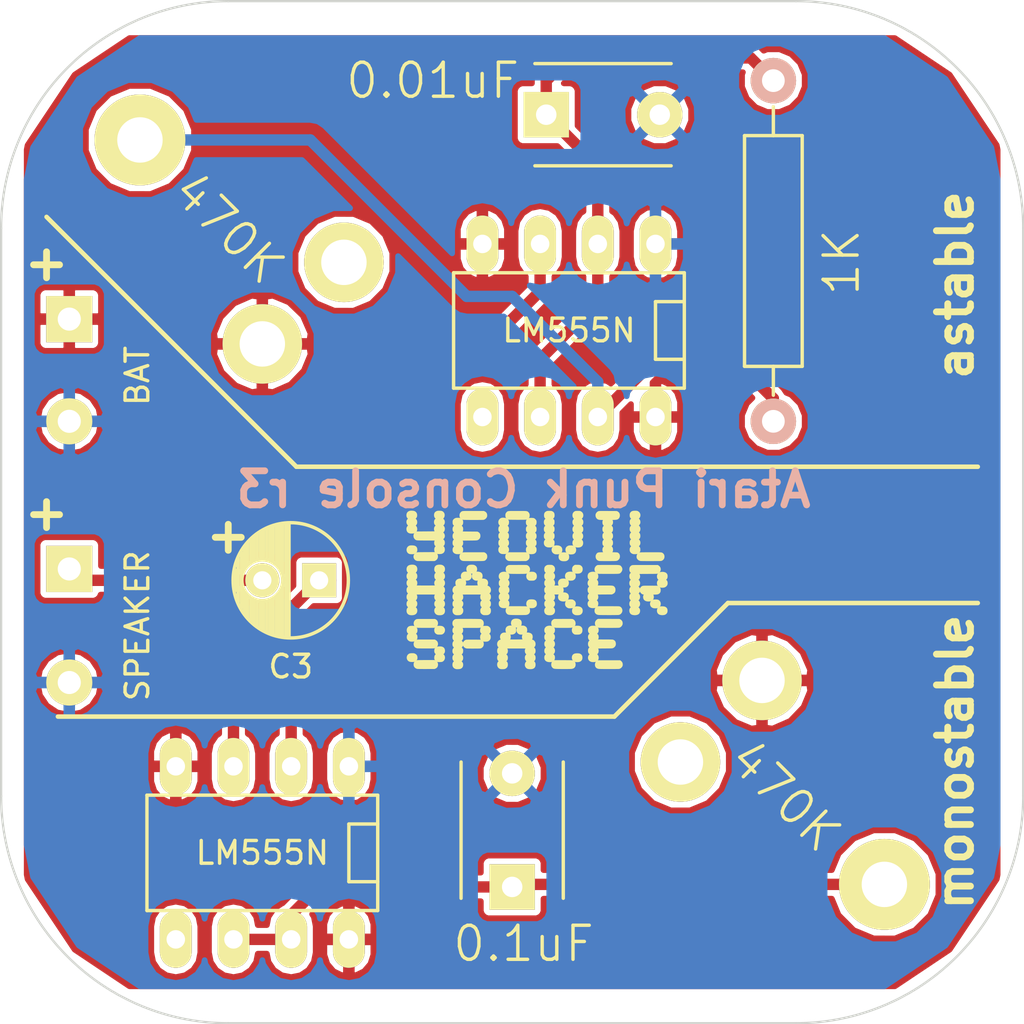
<source format=kicad_pcb>
(kicad_pcb (version 4) (host pcbnew "(2014-11-17 BZR 5289)-product")
  (layers (0 F.Cu signal) (31 B.Cu signal hide) (34 B.Paste user) (35 F.Paste user) (36 B.SilkS user) (37 F.SilkS user) (38 B.Mask user) (39 F.Mask user) (44 Edge.Cuts user))
  (net 0 "")
  (net 1 "Net-(C1-Pad1)")
  (net 2 GND)
  (net 3 "Net-(C2-Pad1)")
  (net 4 "Net-(C3-Pad1)")
  (net 5 "Net-(C3-Pad2)")
  (net 6 "Net-(R1-Pad1)")
  (net 7 "Net-(U1-Pad3)")
  (net 8 +9V)
  (module Socket_Strips:Socket_Strip_Straight_1x02 (layer F.Cu) (at 193 94 270)
    (fp_text reference P2 hide)
    (fp_text value BAT (at 0 -3 270) (layer F.SilkS))
    (pad 1 thru_hole rect (at -2.5 0 270) (size 2.032 2.032) (drill 1.016) (layers *.Cu *.Mask F.SilkS) (net 8 +9V))
    (pad 2 thru_hole oval (at 2 0 270) (size 2.032 2.032) (drill 1.016) (layers *.Cu *.Mask F.SilkS) (net 2 GND))
  )
  (module Socket_Strips:Socket_Strip_Straight_1x02 (layer F.Cu) (at 193 105 270)
    (fp_text reference P1 hide)
    (fp_text value SPEAKER (at 0 -3 270) (layer F.SilkS))
    (pad 1 thru_hole rect (at -2.5 0 270) (size 2.032 2.032) (drill 1.016) (layers *.Cu *.Mask F.SilkS) (net 5 "Net-(C3-Pad2)"))
    (pad 2 thru_hole oval (at 2.5 0 270) (size 2.032 2.032) (drill 1.016) (layers *.Cu *.Mask F.SilkS) (net 2 GND))
  )
  (module Sockets_DIP:DIP-8__300 (layer F.Cu) (at 201.5 115 180)
    (fp_text reference U2 hide)
    (fp_text value LM555N (at 0 0 180) (layer F.SilkS))
    (pad 1 thru_hole oval (at -3.81 3.81 180) (size 1.4 2.5) (drill 0.8128) (layers *.Cu *.Mask F.SilkS) (net 2 GND))
    (pad 2 thru_hole oval (at -1.27 3.81 180) (size 1.4 2.5) (drill 0.8128) (layers *.Cu *.Mask F.SilkS) (net 7 "Net-(U1-Pad3)"))
    (pad 3 thru_hole oval (at 1.27 3.81 180) (size 1.4 2.5) (drill 0.8128) (layers *.Cu *.Mask F.SilkS) (net 4 "Net-(C3-Pad1)"))
    (pad 4 thru_hole oval (at 3.81 3.81 180) (size 1.4 2.5) (drill 0.8128) (layers *.Cu *.Mask F.SilkS) (net 8 +9V))
    (pad 5 thru_hole oval (at 3.81 -3.81 180) (size 1.4 2.5) (drill 0.8128) (layers *.Cu *.Mask F.SilkS))
    (pad 6 thru_hole oval (at 1.27 -3.81 180) (size 1.4 2.5) (drill 0.8128) (layers *.Cu *.Mask F.SilkS) (net 3 "Net-(C2-Pad1)"))
    (pad 7 thru_hole oval (at -1.27 -3.81 180) (size 1.4 2.5) (drill 0.8128) (layers *.Cu *.Mask F.SilkS) (net 3 "Net-(C2-Pad1)"))
    (pad 8 thru_hole oval (at -3.81 -3.81 180) (size 1.4 2.5) (drill 0.8128) (layers *.Cu *.Mask F.SilkS) (net 8 +9V))
  )
  (module Sockets_DIP:DIP-8__300 (layer F.Cu) (at 215 92 180)
    (fp_text reference U1 hide)
    (fp_text value LM555N (at 0 0 180) (layer F.SilkS))
    (pad 1 thru_hole oval (at -3.81 3.81 180) (size 1.4 2.5) (drill 0.8128) (layers *.Cu *.Mask F.SilkS) (net 2 GND))
    (pad 2 thru_hole oval (at -1.27 3.81 180) (size 1.4 2.5) (drill 0.8128) (layers *.Cu *.Mask F.SilkS) (net 1 "Net-(C1-Pad1)"))
    (pad 3 thru_hole oval (at 1.27 3.81 180) (size 1.4 2.5) (drill 0.8128) (layers *.Cu *.Mask F.SilkS) (net 7 "Net-(U1-Pad3)"))
    (pad 4 thru_hole oval (at 3.81 3.81 180) (size 1.4 2.5) (drill 0.8128) (layers *.Cu *.Mask F.SilkS) (net 8 +9V))
    (pad 5 thru_hole oval (at 3.81 -3.81 180) (size 1.4 2.5) (drill 0.8128) (layers *.Cu *.Mask F.SilkS))
    (pad 6 thru_hole oval (at 1.27 -3.81 180) (size 1.4 2.5) (drill 0.8128) (layers *.Cu *.Mask F.SilkS) (net 1 "Net-(C1-Pad1)"))
    (pad 7 thru_hole oval (at -1.27 -3.81 180) (size 1.4 2.5) (drill 0.8128) (layers *.Cu *.Mask F.SilkS) (net 6 "Net-(R1-Pad1)"))
    (pad 8 thru_hole oval (at -3.81 -3.81 180) (size 1.4 2.5) (drill 0.8128) (layers *.Cu *.Mask F.SilkS) (net 8 +9V))
  )
  (module Capacitors_ThroughHole:C_Disc_D6_P5 (layer F.Cu) (at 214 82.5)
    (fp_text reference C1 hide)
    (fp_text value 0.01uF (at -5 -1.5) (layer F.SilkS) (effects (font (size 1.5 1.5))))
    (pad 1 thru_hole rect (at 0 0) (size 2 2) (drill 0.9) (layers *.Cu *.Mask F.SilkS) (net 1 "Net-(C1-Pad1)"))
    (pad 2 thru_hole circle (at 5 0) (size 2 2) (drill 0.9) (layers *.Cu *.Mask F.SilkS) (net 2 GND))
  )
  (module Capacitors_ThroughHole:C_Disc_D6_P5 (layer F.Cu) (at 212.5 116.5 90)
    (fp_text reference C2 hide)
    (fp_text value 0.1uF (at -2.5 0.5 180) (layer F.SilkS) (effects (font (size 1.5 1.5))))
    (pad 1 thru_hole rect (at 0 0 90) (size 2 2) (drill 0.9) (layers *.Cu *.Mask F.SilkS) (net 3 "Net-(C2-Pad1)"))
    (pad 2 thru_hole circle (at 5 0 90) (size 2 2) (drill 0.9) (layers *.Cu *.Mask F.SilkS) (net 2 GND))
  )
  (module Resistors_ThroughHole:Resistor_Horizontal_RM15mm (layer F.Cu) (at 224 88.5 90)
    (fp_text reference R1 hide)
    (fp_text value 1K (at -0.5 3 90) (layer F.SilkS) (effects (font (size 1.5 1.5))))
    (pad 1 thru_hole circle (at -7.5 0 90) (size 1.99898 1.99898) (drill 1.00076) (layers *.Cu *.SilkS *.Mask) (net 6 "Net-(R1-Pad1)"))
    (pad 2 thru_hole circle (at 7.5 0 90) (size 1.99898 1.99898) (drill 1.00076) (layers *.Cu *.SilkS *.Mask) (net 1 "Net-(C1-Pad1)"))
  )
  (module PNZ10Z:PNZ10Z (layer F.Cu) (at 223.5 111 225)
    (fp_text reference VR2 hide)
    (fp_text value 470K (at 0.353553 -1.767767 315) (layer F.SilkS) (effects (font (size 1.5 1.5))))
    (pad 1 thru_hole circle (at -2.54 2.54 225) (size 3.5 3.5) (drill 2) (layers *.Cu *.Mask F.SilkS) (net 8 +9V))
    (pad 3 thru_hole circle (at 2.54 2.54 225) (size 3.5 3.5) (drill 2) (layers *.Cu *.Mask F.SilkS))
    (pad 2 thru_hole circle (at 0 -7.62 225) (size 4 4) (drill 2) (layers *.Cu *.Mask F.SilkS) (net 3 "Net-(C2-Pad1)"))
  )
  (module PNZ10Z:PNZ10Z (layer F.Cu) (at 201.5 89 45)
    (fp_text reference VR1 hide)
    (fp_text value 470K (at 0 -2.12132 135) (layer F.SilkS) (effects (font (size 1.5 1.5))))
    (pad 1 thru_hole circle (at -2.54 2.54 45) (size 3.5 3.5) (drill 2) (layers *.Cu *.Mask F.SilkS) (net 8 +9V))
    (pad 3 thru_hole circle (at 2.54 2.54 45) (size 3.5 3.5) (drill 2) (layers *.Cu *.Mask F.SilkS))
    (pad 2 thru_hole circle (at 0 -7.62 45) (size 4 4) (drill 2) (layers *.Cu *.Mask F.SilkS) (net 6 "Net-(R1-Pad1)"))
  )
  (module PNZ10Z:logo (layer F.Cu) (at 213.5 103.5)
    (fp_text reference G*** hide)
    (fp_text value LOGO hide)
  )
  (module Capacitors_ThroughHole:C_Radial_D5_L11_P2.5 (layer F.Cu) (at 204 103 180)
    (fp_text reference C3 (at 1.25 -3.8 180) (layer F.SilkS))
    (fp_text value 10uF)
    (pad 1 thru_hole rect (at 0 0 180) (size 1.5 1.5) (drill 0.8) (layers *.Cu *.Mask F.SilkS) (net 4 "Net-(C3-Pad1)"))
    (pad 2 thru_hole circle (at 2.5 0 180) (size 1.5 1.5) (drill 0.8) (layers *.Cu *.Mask F.SilkS) (net 5 "Net-(C3-Pad2)"))
  )
  (gr_text "Atari Punk Console r3" (at 213 99) (layer B.SilkS) (effects (font (size 1.5 1.5) (thickness 0.3)) (justify mirror)))
  (gr_text + (at 200 101) (layer F.SilkS) (effects (font (size 1.5 1.5) (thickness 0.3))))
  (gr_text astable (at 232 90 90) (layer F.SilkS) (effects (font (size 1.5 1.5) (thickness 0.3))))
  (gr_text monostable (at 232 111 90) (layer F.SilkS) (effects (font (size 1.5 1.5) (thickness 0.3))))
  (gr_text + (at 192 100) (layer F.SilkS) (effects (font (size 1.5 1.5) (thickness 0.3))))
  (gr_text + (at 192 89) (layer F.SilkS) (effects (font (size 1.5 1.5) (thickness 0.3))))
  (gr_line (start 217 109) (end 192.5 109) (angle 90) (layer F.SilkS) (width 0.2))
  (gr_line (start 222 104) (end 217 109) (angle 90) (layer F.SilkS) (width 0.2))
  (gr_line (start 233 104) (end 222 104) (angle 90) (layer F.SilkS) (width 0.2))
  (gr_line (start 203 98) (end 207.5 98) (angle 90) (layer F.SilkS) (width 0.2))
  (gr_line (start 192 87) (end 203 98) (angle 90) (layer F.SilkS) (width 0.2))
  (gr_line (start 233 98) (end 207.5 98) (angle 90) (layer F.SilkS) (width 0.2))
  (gr_arc (start 200 112.5) (end 200 122.5) (angle 90) (layer Edge.Cuts) (width 0.1))
  (gr_arc (start 200 87.5) (end 190 87.5) (angle 90) (layer Edge.Cuts) (width 0.1))
  (gr_arc (start 225 87.5) (end 225 77.5) (angle 90) (layer Edge.Cuts) (width 0.1))
  (gr_arc (start 225 112.5) (end 235 112.5) (angle 90) (layer Edge.Cuts) (width 0.1))
  (gr_line (start 235 87.5) (end 235 112.5) (angle 90) (layer Edge.Cuts) (width 0.1))
  (gr_line (start 190 87.5) (end 190 112.5) (angle 90) (layer Edge.Cuts) (width 0.1))
  (gr_line (start 200 77.5) (end 225 77.5) (angle 90) (layer Edge.Cuts) (width 0.1))
  (gr_line (start 200 122.5) (end 225 122.5) (angle 90) (layer Edge.Cuts) (width 0.1))
  (segment (start 224 81) (end 223 80) (width 0.5) (layer F.Cu) (net 1))
  (segment (start 214 81) (end 214 82.5) (width 0.5) (layer F.Cu) (net 1))
  (segment (start 215 80) (end 214 81) (width 0.5) (layer F.Cu) (net 1))
  (segment (start 223 80) (end 215 80) (width 0.5) (layer F.Cu) (net 1))
  (segment (start 216.27 84.77) (end 216.27 88.19) (width 0.5) (layer F.Cu) (net 1))
  (segment (start 214 82.5) (end 216.27 84.77) (width 0.5) (layer F.Cu) (net 1))
  (segment (start 213.73 93.27) (end 216.27 90.73) (width 0.5) (layer F.Cu) (net 1))
  (segment (start 216.27 90.73) (end 216.27 88.19) (width 0.5) (layer F.Cu) (net 1))
  (segment (start 213.73 95.81) (end 213.73 93.27) (width 0.5) (layer F.Cu) (net 1))
  (segment (start 200.23 118.81) (end 202.77 118.81) (width 0.5) (layer F.Cu) (net 3))
  (segment (start 202.77 117.73) (end 204 116.5) (width 0.5) (layer F.Cu) (net 3))
  (segment (start 204 116.5) (end 212.5 116.5) (width 0.5) (layer F.Cu) (net 3))
  (segment (start 202.77 118.81) (end 202.77 117.73) (width 0.5) (layer F.Cu) (net 3))
  (segment (start 212.611846 116.388154) (end 212.5 116.5) (width 0.5) (layer F.Cu) (net 3))
  (segment (start 228.888154 116.388154) (end 212.611846 116.388154) (width 0.5) (layer F.Cu) (net 3))
  (segment (start 200.23 106.77) (end 200.23 111.19) (width 0.5) (layer F.Cu) (net 4))
  (segment (start 204 103) (end 200.23 106.77) (width 0.5) (layer F.Cu) (net 4))
  (segment (start 204.5 103) (end 204 103) (width 0.5) (layer F.Cu) (net 4))
  (segment (start 201.5 103) (end 193.5 103) (width 0.5) (layer F.Cu) (net 5))
  (segment (start 193.5 103) (end 193 102.5) (width 0.5) (layer F.Cu) (net 5))
  (segment (start 193.5 103) (end 193 102.5) (width 0.5) (layer F.Cu) (net 5))
  (segment (start 222.5 93.5) (end 218.58 93.5) (width 0.5) (layer F.Cu) (net 6))
  (segment (start 218.58 93.5) (end 216.27 95.81) (width 0.5) (layer F.Cu) (net 6))
  (segment (start 224 95) (end 222.5 93.5) (width 0.5) (layer F.Cu) (net 6))
  (segment (start 224 96) (end 224 95) (width 0.5) (layer F.Cu) (net 6))
  (segment (start 216.27 94.27) (end 212.5 90.5) (width 0.5) (layer B.Cu) (net 6))
  (segment (start 212.5 90.5) (end 210.5 90.5) (width 0.5) (layer B.Cu) (net 6))
  (segment (start 210.5 90.5) (end 203.611846 83.611846) (width 0.5) (layer B.Cu) (net 6))
  (segment (start 203.611846 83.611846) (end 196.111846 83.611846) (width 0.5) (layer B.Cu) (net 6))
  (segment (start 216.27 95.81) (end 216.27 94.27) (width 0.5) (layer B.Cu) (net 6))
  (segment (start 202.77 108.73) (end 204.5 107) (width 0.5) (layer F.Cu) (net 7))
  (segment (start 204.5 107) (end 206 107) (width 0.5) (layer F.Cu) (net 7))
  (segment (start 206 107) (end 208.5 104.5) (width 0.5) (layer F.Cu) (net 7))
  (segment (start 208.5 104.5) (end 208.5 95.5) (width 0.5) (layer F.Cu) (net 7))
  (segment (start 208.5 95.5) (end 213.73 90.27) (width 0.5) (layer F.Cu) (net 7))
  (segment (start 213.73 90.27) (end 213.73 88.19) (width 0.5) (layer F.Cu) (net 7))
  (segment (start 202.77 111.19) (end 202.77 108.73) (width 0.5) (layer F.Cu) (net 7))
  (zone (net 2) (net_name GND) (layer B.Cu) (connect_pads (clearance 0.508)) (min_thickness 0.254) (fill yes (arc_segments 16) (thermal_gap 0.508) (thermal_bridge_width 0.508))
    (polygon (pts (xy 234 121) (xy 191 121) (xy 191 79) (xy 234 79)))
  )
  (zone (net 8) (net_name +9V) (layer F.Cu) (connect_pads (clearance 0.254)) (min_thickness 0.254) (fill yes (arc_segments 16) (thermal_gap 0.254) (thermal_bridge_width 0.508))
    (polygon (pts (xy 234 121) (xy 191 121) (xy 191 79) (xy 234 79)))
  )
)
</source>
